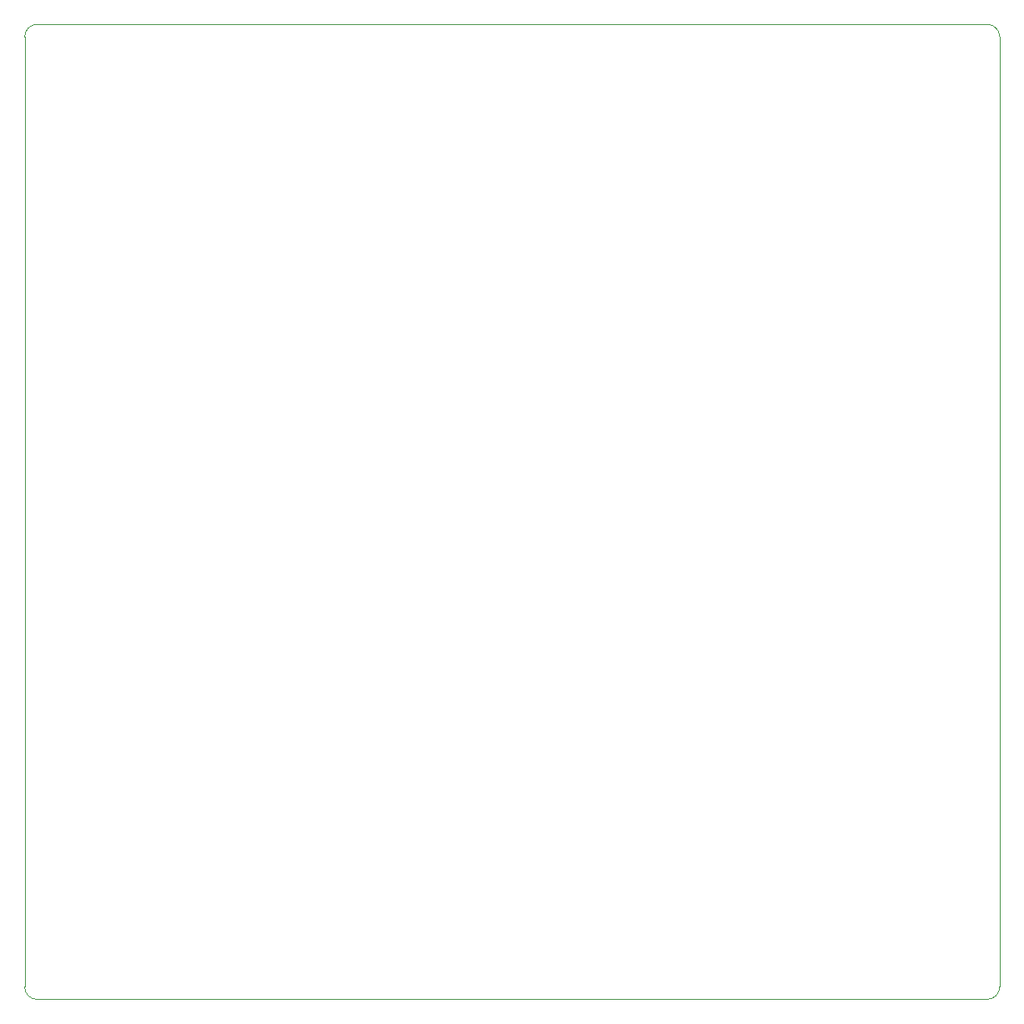
<source format=gm1>
G04 #@! TF.GenerationSoftware,KiCad,Pcbnew,(6.0.1)*
G04 #@! TF.CreationDate,2022-02-24T15:47:44-08:00*
G04 #@! TF.ProjectId,MegaBlaster2,4d656761-426c-4617-9374-6572322e6b69,rev?*
G04 #@! TF.SameCoordinates,Original*
G04 #@! TF.FileFunction,Profile,NP*
%FSLAX46Y46*%
G04 Gerber Fmt 4.6, Leading zero omitted, Abs format (unit mm)*
G04 Created by KiCad (PCBNEW (6.0.1)) date 2022-02-24 15:47:44*
%MOMM*%
%LPD*%
G01*
G04 APERTURE LIST*
G04 #@! TA.AperFunction,Profile*
%ADD10C,0.050000*%
G04 #@! TD*
G04 APERTURE END LIST*
D10*
X182820000Y-43180000D02*
G75*
G03*
X181550000Y-41910000I-1269999J1D01*
G01*
X181550000Y-140910000D02*
G75*
G03*
X182820000Y-139640000I1J1269999D01*
G01*
X83820000Y-139640000D02*
G75*
G03*
X85090000Y-140910000I1269999J-1D01*
G01*
X83820000Y-139640000D02*
X83820000Y-43180000D01*
X85090000Y-41910000D02*
X181550000Y-41910000D01*
X182820000Y-43180000D02*
X182820000Y-139640000D01*
X181550000Y-140910000D02*
X85090000Y-140910000D01*
X85090000Y-41910000D02*
G75*
G03*
X83820000Y-43180000I-1J-1269999D01*
G01*
M02*

</source>
